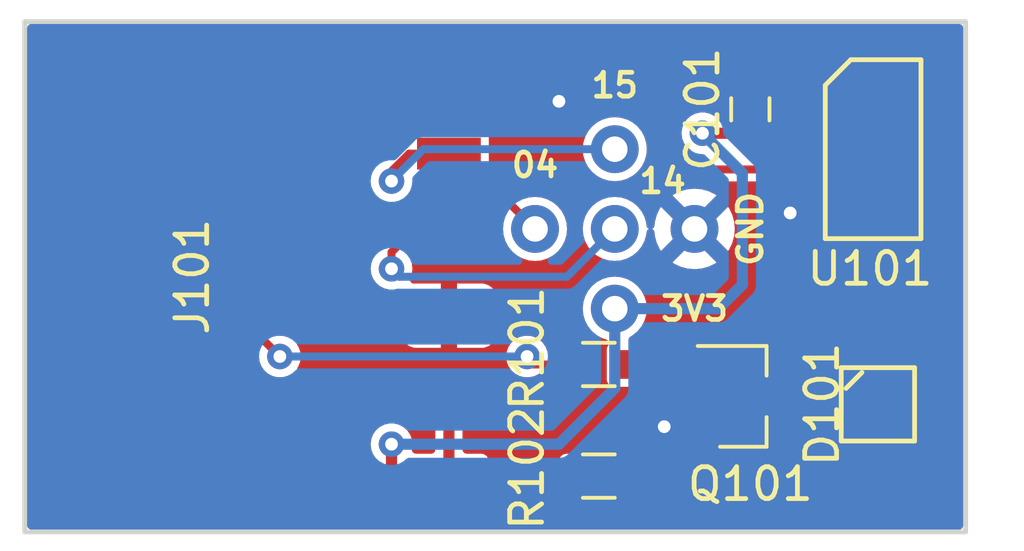
<source format=kicad_pcb>
(kicad_pcb (version 20221018) (generator pcbnew)
  (title_block (title "PiRCy") (date "2023-11-21") (rev "1") (company "DigitalREP"))
  (layers (0 "F.Cu" signal) (31 "B.Cu" signal) (34 "B.Paste" user) (35 "F.Paste" user) (36 "B.SilkS" user "B.Silkscreen") (37 "F.SilkS" user "F.Silkscreen") (38 "B.Mask" user) (39 "F.Mask" user) (44 "Edge.Cuts" user))
  (net 0 "")
  (net 1 "GND")
  (net 2 "+3V3")
  (net 3 "Net-(D101-Pad1)")
  (net 4 "Net-(D101-Pad2)")
  (net 5 "GPIO04")
  (net 6 "+5V")
  (net 7 "GPIO14")
  (net 8 "SDA1")
  (net 9 "GPIO15")
  (net 10 "GPIO17")
  (net 11 "SDA2")
  (net 12 "GPIO18")
  (net 13 "Net-(Q101-Pad1)")
  (footprint "mymodules:Harwin-M20-02x06_RA" (layer "F.Cu") (at 117 93 90)
    (fp_text reference "J101" (at 0 -6.25 90) (layer "F.SilkS"))
    (fp_text value "Conn_02x06_Odd_Even")
    (pad "1" smd rect (at -6.3 -1.7 90) (size 1 2) (layers "F.Cu" "F.Paste" "F.Mask") (net 2 "+3V3"))
    (pad "2" smd rect (at -6.3 1.8 90) (size 1 2) (layers "F.Cu" "F.Paste" "F.Mask") (net 6 "+5V"))
    (pad "3" smd rect (at -3.76 -1.7 90) (size 1 2) (layers "F.Cu" "F.Paste" "F.Mask") (net 8 "SDA1"))
    (pad "4" smd rect (at -3.76 1.8 90) (size 1 2) (layers "F.Cu" "F.Paste" "F.Mask") (net 6 "+5V"))
    (pad "5" smd rect (at -1.22 -1.7 90) (size 1 2) (layers "F.Cu" "F.Paste" "F.Mask") (net 11 "SDA2"))
    (pad "6" smd rect (at -1.22 1.8 90) (size 1 2) (layers "F.Cu" "F.Paste" "F.Mask") (net 1 "GND"))
    (pad "7" smd rect (at 1.32 -1.7 90) (size 1 2) (layers "F.Cu" "F.Paste" "F.Mask") (net 5 "GPIO04"))
    (pad "8" smd rect (at 1.32 1.8 90) (size 1 2) (layers "F.Cu" "F.Paste" "F.Mask") (net 7 "GPIO14"))
    (pad "9" smd rect (at 3.86 -1.7 90) (size 1 2) (layers "F.Cu" "F.Paste" "F.Mask") (net 1 "GND"))
    (pad "10" smd rect (at 3.86 1.8 90) (size 1 2) (layers "F.Cu" "F.Paste" "F.Mask") (net 9 "GPIO15"))
    (pad "11" smd rect (at 6.4 -1.7 90) (size 1 2) (layers "F.Cu" "F.Paste" "F.Mask") (net 10 "GPIO17"))
    (pad "12" smd rect (at 6.4 1.8 90) (size 1 2) (layers "F.Cu" "F.Paste" "F.Mask") (net 12 "GPIO18"))
  )
  (footprint "mymodules:Heim" (layer "F.Cu") (at 132 89 -90)
    (fp_text reference "U101" (at 3.75 0) (layer "F.SilkS"))
    (fp_text value "TSOP77438")
    (fp_line (start -2.805 -1.6) (end 2.805 -1.6) (stroke (width 0.15)) (layer "F.SilkS"))
    (fp_line (start -2.805 0.6) (end -2.805 -1.6) (stroke (width 0.15)) (layer "F.SilkS"))
    (fp_line (start -2.005 1.4) (end -2.805 0.6) (stroke (width 0.15)) (layer "F.SilkS"))
    (fp_line (start 2.805 -1.6) (end 2.805 1.4) (stroke (width 0.15)) (layer "F.SilkS"))
    (fp_line (start 2.805 1.4) (end -2.005 1.4) (stroke (width 0.15)) (layer "F.SilkS"))
    (pad "1" smd rect (at -1.905 0.6 270) (size 0.8 1.8) (layers "F.Cu" "F.Paste" "F.Mask") (net 1 "GND"))
    (pad "2" smd rect (at -0.635 0.6 270) (size 0.8 1.8) (layers "F.Cu" "F.Paste" "F.Mask") (net 2 "+3V3"))
    (pad "3" smd rect (at 0.635 0.6 270) (size 0.8 1.8) (layers "F.Cu" "F.Paste" "F.Mask") (net 12 "GPIO18"))
    (pad "4" smd rect (at 1.905 0.6 270) (size 0.8 1.8) (layers "F.Cu" "F.Paste" "F.Mask") (net 1 "GND"))
  )
  (footprint "Resistors_SMD:R_0603" (layer "F.Cu") (at 123.5 95.75 180)
    (fp_text reference "R101" (at 2.25 0.5 90) (layer "F.SilkS"))
    (fp_text value "560")
    (fp_line (start -0.5 -0.68) (end 0.5 -0.68) (stroke (width 0.12)) (layer "F.SilkS"))
    (fp_line (start 0.5 0.68) (end -0.5 0.68) (stroke (width 0.12)) (layer "F.SilkS"))
    (pad "1" smd rect (at -0.75 0 180) (size 0.5 0.9) (layers "F.Cu" "F.Paste" "F.Mask") (net 13 "Net-(Q101-Pad1)"))
    (pad "2" smd rect (at 0.75 0 180) (size 0.5 0.9) (layers "F.Cu" "F.Paste" "F.Mask") (net 10 "GPIO17"))
  )
  (footprint "Resistors_SMD:R_0603" (layer "F.Cu") (at 123.5 99.25)
    (fp_text reference "R102" (at -2.25 -0.25 270) (layer "F.SilkS"))
    (fp_text value "56")
    (fp_line (start -0.5 -0.68) (end 0.5 -0.68) (stroke (width 0.12)) (layer "F.SilkS"))
    (fp_line (start 0.5 0.68) (end -0.5 0.68) (stroke (width 0.12)) (layer "F.SilkS"))
    (pad "1" smd rect (at -0.75 0) (size 0.5 0.9) (layers "F.Cu" "F.Paste" "F.Mask") (net 6 "+5V"))
    (pad "2" smd rect (at 0.75 0) (size 0.5 0.9) (layers "F.Cu" "F.Paste" "F.Mask") (net 4 "Net-(D101-Pad2)"))
  )
  (footprint "TO_SOT_Packages_SMD:SOT-23" (layer "F.Cu") (at 128 96.75)
    (fp_text reference "Q101" (at 0.25 2.75) (layer "F.SilkS"))
    (fp_text value "2N7002")
    (fp_line (start 0.76 -1.58) (end -1.4 -1.58) (stroke (width 0.12)) (layer "F.SilkS"))
    (fp_line (start 0.76 -1.58) (end 0.76 -0.65) (stroke (width 0.12)) (layer "F.SilkS"))
    (fp_line (start 0.76 1.58) (end -0.7 1.58) (stroke (width 0.12)) (layer "F.SilkS"))
    (fp_line (start 0.76 1.58) (end 0.76 0.65) (stroke (width 0.12)) (layer "F.SilkS"))
    (pad "1" smd rect (at -1 -0.95) (size 0.9 0.8) (layers "F.Cu" "F.Paste" "F.Mask") (net 13 "Net-(Q101-Pad1)"))
    (pad "2" smd rect (at -1 0.95) (size 0.9 0.8) (layers "F.Cu" "F.Paste" "F.Mask") (net 1 "GND"))
    (pad "3" smd rect (at 1 0) (size 0.9 0.8) (layers "F.Cu" "F.Paste" "F.Mask") (net 3 "Net-(D101-Pad1)"))
  )
  (footprint "Vishay:VSMG28011G" (layer "F.Cu") (at 132.25 97 -90)
    (fp_text reference "D101" (at 0 1.75 90) (layer "F.SilkS"))
    (fp_text value "VSMB2948")
    (fp_line (start -1.15 -1.15) (end -1.15 1.15) (stroke (width 0.15)) (layer "F.SilkS"))
    (fp_line (start -1.15 1.15) (end 1.15 1.15) (stroke (width 0.15)) (layer "F.SilkS"))
    (fp_line (start -1 0.5) (end -0.5 1) (stroke (width 0.15)) (layer "F.SilkS"))
    (fp_line (start 1.15 -1.15) (end -1.15 -1.15) (stroke (width 0.15)) (layer "F.SilkS"))
    (fp_line (start 1.15 1.15) (end 1.15 -1.15) (stroke (width 0.15)) (layer "F.SilkS"))
    (pad "1" smd rect (at -1.9 0 270) (size 1.35 0.75) (layers "F.Cu" "F.Paste" "F.Mask") (net 3 "Net-(D101-Pad1)"))
    (pad "2" smd rect (at 1.9 0 270) (size 1.35 0.75) (layers "F.Cu" "F.Paste" "F.Mask") (net 4 "Net-(D101-Pad2)"))
  )
  (footprint "Capacitors_SMD:C_0603" (layer "F.Cu") (at 128.25 87.75 90)
    (fp_text reference "C101" (at 0 -1.5 90) (layer "F.SilkS"))
    (fp_text value "1uF")
    (fp_line (start -0.35 -0.6) (end 0.35 -0.6) (stroke (width 0.12)) (layer "F.SilkS"))
    (fp_line (start 0.35 0.6) (end -0.35 0.6) (stroke (width 0.12)) (layer "F.SilkS"))
    (pad "1" smd rect (at -0.75 0 90) (size 0.8 0.75) (layers "F.Cu" "F.Paste" "F.Mask") (net 2 "+3V3"))
    (pad "2" smd rect (at 0.75 0 90) (size 0.8 0.75) (layers "F.Cu" "F.Paste" "F.Mask") (net 1 "GND"))
  )
  (footprint "Measurement_Points:Measurement_Point_Round-TH_Small" (layer "F.Cu") (at 124 91.5)
    (fp_text reference "14" (at 1.5 -1.5) (layer "F.SilkS") (effects (font (size 0.75 0.75))))
    (fp_text value "GPIO14")
    (pad "1" thru_hole circle (at 0 0) (size 1.5 1.5) (drill 0.8) (layers "*.Cu" "*.Mask") (net 7 "GPIO14"))
  )
  (footprint "Measurement_Points:Measurement_Point_Round-TH_Small" (layer "F.Cu") (at 121.5 91.5)
    (fp_text reference "04" (at 0 -2) (layer "F.SilkS") (effects (font (size 0.75 0.75))))
    (fp_text value "GPIO04")
    (pad "1" thru_hole circle (at 0 0) (size 1.5 1.5) (drill 0.8) (layers "*.Cu" "*.Mask") (net 5 "GPIO04"))
  )
  (footprint "Measurement_Points:Measurement_Point_Round-TH_Small" (layer "F.Cu") (at 124 89)
    (fp_text reference "15" (at 0 -2) (layer "F.SilkS") (effects (font (size 0.75 0.75))))
    (fp_text value "GPIO15")
    (pad "1" thru_hole circle (at 0 0) (size 1.5 1.5) (drill 0.8) (layers "*.Cu" "*.Mask") (net 9 "GPIO15"))
  )
  (footprint "Measurement_Points:Measurement_Point_Round-TH_Small" (layer "F.Cu") (at 124 94)
    (fp_text reference "3V3" (at 2.5 0 180) (layer "F.SilkS") (effects (font (size 0.75 0.75))))
    (fp_text value "3V3")
    (pad "1" thru_hole circle (at 0 0) (size 1.5 1.5) (drill 0.8) (layers "*.Cu" "*.Mask") (net 2 "+3V3"))
  )
  (footprint "Measurement_Points:Measurement_Point_Round-TH_Small" (layer "F.Cu") (at 126.5 91.5)
    (fp_text reference "GND" (at 1.75 0 270) (layer "F.SilkS") (effects (font (size 0.75 0.75))))
    (fp_text value "GND")
    (pad "1" thru_hole circle (at 0 0) (size 1.5 1.5) (drill 0.8) (layers "*.Cu" "*.Mask") (net 1 "GND"))
  )
  (footprint "mymodules:tinyrep" (layer "B.Cu") (at 109.25 93 90)
    (fp_text reference "G***" hide)
    (fp_text value "LOGO" hide)
  )
  (gr_line (start 135 101) (end 105.5 101) (stroke (width 0.15)) (layer "Edge.Cuts"))
  (gr_line (start 105.5 85) (end 135 85) (stroke (width 0.15)) (layer "Edge.Cuts"))
  (gr_line (start 135 85) (end 135 101) (stroke (width 0.15)) (layer "Edge.Cuts"))
  (gr_line (start 105.5 101) (end 105.5 85) (stroke (width 0.15)) (layer "Edge.Cuts"))
  (segment (start 131.4 90.905) (end 129.595 90.905) (width 0.35) (layer "F.Cu") (net 1))
  (segment (start 129.595 90.905) (end 129.5 91) (width 0.35) (layer "F.Cu") (net 1))
  (segment (start 128.345 87.095) (end 128.25 87) (width 0.35) (layer "F.Cu") (net 1))
  (segment (start 131.4 87.095) (end 128.345 87.095) (width 0.35) (layer "F.Cu") (net 1))
  (segment (start 127 97.7) (end 125.55 97.7) (width 0.35) (layer "F.Cu") (net 1))
  (via (at 125.55 97.7) (size 0.8) (drill 0.4) (layers "F.Cu" "B.Cu") (net 1))
  (via (at 129.5 91) (size 0.8) (drill 0.4) (layers "F.Cu" "B.Cu") (net 1))
  (via (at 122.25 87.5) (size 0.8) (drill 0.4) (layers "F.Cu" "B.Cu") (net 1))
  (segment (start 115.3 99.3) (end 116.65 99.3) (width 0.35) (layer "F.Cu") (net 2))
  (segment (start 116.65 99.3) (end 117 98.95) (width 0.35) (layer "F.Cu") (net 2))
  (segment (start 126.75 88.5) (end 128.25 88.5) (width 0.35) (layer "F.Cu") (net 2))
  (segment (start 128.385 88.365) (end 128.25 88.5) (width 0.35) (layer "F.Cu") (net 2))
  (segment (start 117 98.95) (end 117 98.25) (width 0.35) (layer "F.Cu") (net 2))
  (segment (start 131.4 88.365) (end 128.385 88.365) (width 0.35) (layer "F.Cu") (net 2))
  (via (at 126.75 88.5) (size 0.8) (drill 0.4) (layers "F.Cu" "B.Cu") (net 2))
  (via (at 117 98.25) (size 0.8) (drill 0.4) (layers "F.Cu" "B.Cu") (net 2))
  (segment (start 124 94) (end 127.25 94) (width 0.35) (layer "B.Cu") (net 2))
  (segment (start 128 93.25) (end 128 89.75) (width 0.35) (layer "B.Cu") (net 2))
  (segment (start 124 96.5) (end 124 94) (width 0.35) (layer "B.Cu") (net 2))
  (segment (start 128 89.75) (end 126.75 88.5) (width 0.35) (layer "B.Cu") (net 2))
  (segment (start 122.25 98.25) (end 124 96.5) (width 0.35) (layer "B.Cu") (net 2))
  (segment (start 117 98.25) (end 122.25 98.25) (width 0.35) (layer "B.Cu") (net 2))
  (segment (start 127.25 94) (end 128 93.25) (width 0.35) (layer "B.Cu") (net 2))
  (segment (start 129.75 95.35) (end 129 96.1) (width 0.25) (layer "F.Cu") (net 3))
  (segment (start 132.5 95.35) (end 129.75 95.35) (width 0.25) (layer "F.Cu") (net 3))
  (segment (start 129 96.1) (end 129 96.75) (width 0.25) (layer "F.Cu") (net 3))
  (segment (start 124.25 99.25) (end 132.4 99.25) (width 0.35) (layer "F.Cu") (net 4))
  (segment (start 132.4 99.25) (end 132.5 99.15) (width 0.35) (layer "F.Cu") (net 4))
  (segment (start 116.55 91.68) (end 117.479999 90.750001) (width 0.25) (layer "F.Cu") (net 5))
  (segment (start 117.479999 90.750001) (end 120.750001 90.750001) (width 0.25) (layer "F.Cu") (net 5))
  (segment (start 120.750001 90.750001) (end 121.5 91.5) (width 0.25) (layer "F.Cu") (net 5))
  (segment (start 115.3 91.68) (end 116.55 91.68) (width 0.25) (layer "F.Cu") (net 5))
  (segment (start 122.7 99.3) (end 122.75 99.25) (width 0.35) (layer "F.Cu") (net 6))
  (segment (start 118.8 96.76) (end 118.8 99.3) (width 0.35) (layer "F.Cu") (net 6))
  (segment (start 118.8 99.3) (end 122.7 99.3) (width 0.35) (layer "F.Cu") (net 6))
  (segment (start 118.8 91.68) (end 117.55 91.68) (width 0.25) (layer "F.Cu") (net 7))
  (segment (start 117.55 91.68) (end 117 92.23) (width 0.25) (layer "F.Cu") (net 7))
  (segment (start 117 92.23) (end 117 92.75) (width 0.25) (layer "F.Cu") (net 7))
  (via (at 117 92.75) (size 0.8) (drill 0.4) (layers "F.Cu" "B.Cu") (net 7))
  (segment (start 117.25 93) (end 122.5 93) (width 0.25) (layer "B.Cu") (net 7))
  (segment (start 122.5 93) (end 124 91.5) (width 0.25) (layer "B.Cu") (net 7))
  (segment (start 117 92.75) (end 117.25 93) (width 0.25) (layer "B.Cu") (net 7))
  (segment (start 117 89.69) (end 117 90) (width 0.25) (layer "F.Cu") (net 9))
  (segment (start 118.8 89.14) (end 117.55 89.14) (width 0.25) (layer "F.Cu") (net 9))
  (segment (start 117.55 89.14) (end 117 89.69) (width 0.25) (layer "F.Cu") (net 9))
  (via (at 117 90) (size 0.8) (drill 0.4) (layers "F.Cu" "B.Cu") (net 9))
  (segment (start 118 89) (end 124 89) (width 0.25) (layer "B.Cu") (net 9))
  (segment (start 117 90) (end 118 89) (width 0.25) (layer "B.Cu") (net 9))
  (segment (start 114.05 86.6) (end 115.3 86.6) (width 0.25) (layer "F.Cu") (net 10))
  (segment (start 122.75 95.75) (end 121.25 95.75) (width 0.25) (layer "F.Cu") (net 10))
  (segment (start 112.25 88.4) (end 114.05 86.6) (width 0.25) (layer "F.Cu") (net 10))
  (segment (start 121.25 95.75) (end 121 95.5) (width 0.25) (layer "F.Cu") (net 10))
  (segment (start 112.25 94.25) (end 112.25 88.4) (width 0.25) (layer "F.Cu") (net 10))
  (segment (start 113.5 95.5) (end 112.25 94.25) (width 0.25) (layer "F.Cu") (net 10))
  (via (at 113.5 95.5) (size 0.8) (drill 0.4) (layers "F.Cu" "B.Cu") (net 10))
  (via (at 121.25 95.5) (size 0.8) (drill 0.4) (layers "F.Cu" "B.Cu") (net 10))
  (segment (start 113.5 95.5) (end 121.25 95.5) (width 0.25) (layer "B.Cu") (net 10))
  (segment (start 120.05 86.6) (end 118.8 86.6) (width 0.25) (layer "F.Cu") (net 12))
  (segment (start 126.811998 89.635) (end 123.776998 86.6) (width 0.25) (layer "F.Cu") (net 12))
  (segment (start 131.4 89.635) (end 126.811998 89.635) (width 0.25) (layer "F.Cu") (net 12))
  (segment (start 123.776998 86.6) (end 120.05 86.6) (width 0.25) (layer "F.Cu") (net 12))
  (segment (start 124.5 95.75) (end 124.25 95.75) (width 0.25) (layer "F.Cu") (net 13))
  (segment (start 127 95.8) (end 124.55 95.8) (width 0.25) (layer "F.Cu") (net 13))
  (segment (start 124.55 95.8) (end 124.5 95.75) (width 0.25) (layer "F.Cu") (net 13))
  (zone (net 4) (net_name "Net-(D101-Pad2)") (layer "F.Cu") (priority 4) (connect_pads (clearance 0.508)) (min_thickness 0.254) (fill yes (thermal_gap 0.508) (thermal_bridge_width 0.508) (smoothing chamfer))
    (polygon (pts (xy 130.25 97.25) (xy 134 97.25) (xy 134 100.5) (xy 130.25 100.5)))
  )
  (zone (net 3) (net_name "Net-(D101-Pad1)") (layer "F.Cu") (priority 4) (connect_pads (clearance 0.508)) (min_thickness 0.254) (fill yes (thermal_gap 0.508) (thermal_bridge_width 0.508) (smoothing chamfer))
    (polygon (pts (xy 130.25 93.5) (xy 134 93.5) (xy 134 96.75) (xy 130.25 96.75)))
  )
  (zone (net 1) (net_name "GND") (layer "F.Cu") (priority 2) (connect_pads (clearance 0.25)) (min_thickness 0.254) (fill yes (thermal_gap 0.508) (thermal_bridge_width 0.508) (smoothing chamfer))
    (polygon (pts (xy 105.5 85) (xy 135 85) (xy 135 101) (xy 105.5 101)))
  )
  (zone (net 1) (net_name "GND") (layer "B.Cu") (connect_pads (clearance 0.25)) (min_thickness 0.254) (fill yes (thermal_gap 0.508) (thermal_bridge_width 0.508) (smoothing chamfer))
    (polygon (pts (xy 105.5 85) (xy 135 85) (xy 135 101) (xy 105.5 101)))
  )
)
</source>
